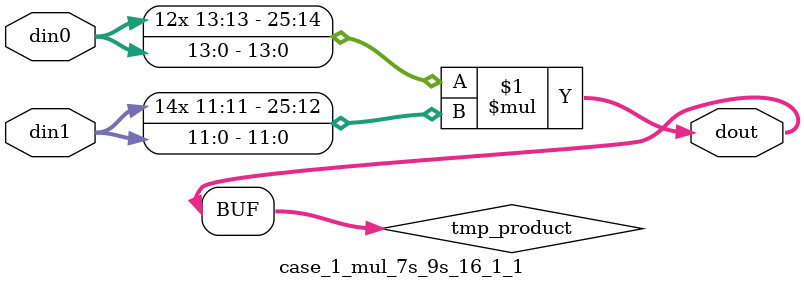
<source format=v>

`timescale 1 ns / 1 ps

 (* use_dsp = "no" *)  module case_1_mul_7s_9s_16_1_1(din0, din1, dout);
parameter ID = 1;
parameter NUM_STAGE = 0;
parameter din0_WIDTH = 14;
parameter din1_WIDTH = 12;
parameter dout_WIDTH = 26;

input [din0_WIDTH - 1 : 0] din0; 
input [din1_WIDTH - 1 : 0] din1; 
output [dout_WIDTH - 1 : 0] dout;

wire signed [dout_WIDTH - 1 : 0] tmp_product;



























assign tmp_product = $signed(din0) * $signed(din1);








assign dout = tmp_product;





















endmodule

</source>
